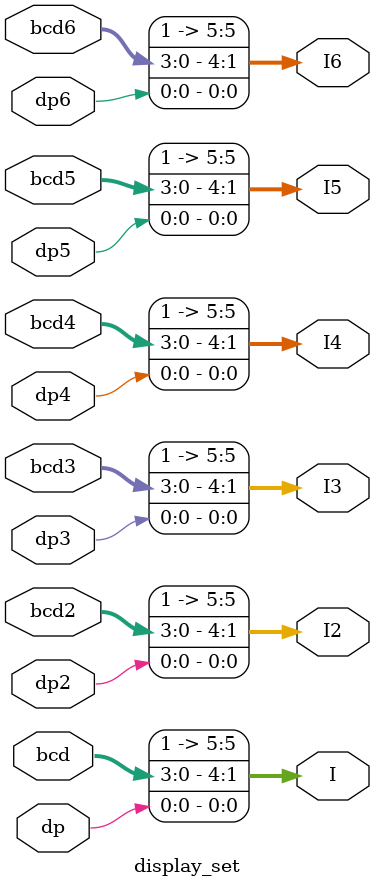
<source format=v>
`timescale 1ns / 1ps


module display_set(
input [3:0]bcd,
input [3:0]bcd2,
input [3:0]bcd3,
input [3:0]bcd4,
input [3:0]bcd5,
input [3:0]bcd6,
input dp,
input dp2,
input dp3,
input dp4,
input dp5,
input dp6,
output reg [5:0] I,
output reg [5:0] I2,
output reg [5:0] I3,
output reg [5:0] I4,
output reg [5:0] I5,
output reg [5:0] I6
    );

    always@*begin
        I[0] = dp;
        I[4:1] = bcd;
        I[5] = 1'b1;
        I2[0] = dp2;
        I2[4:1] = bcd2;
        I2[5] = 1'b1;
        I3[0] = dp3;
        I3[4:1] = bcd3;
        I3[5] = 1'b1;
        I3[0] = dp3;
        I3[4:1] = bcd3;
        I4[5] = 1'b1;
        I4[0] = dp4;
        I4[4:1] = bcd4;
        I5[5] = 1'b1;
        I5[0] = dp5;
        I5[4:1] = bcd5;
        I6[5] = 1'b1;
        I6[0] = dp6;
        I6[4:1] = bcd6;


    end
       
    
    
endmodule

</source>
